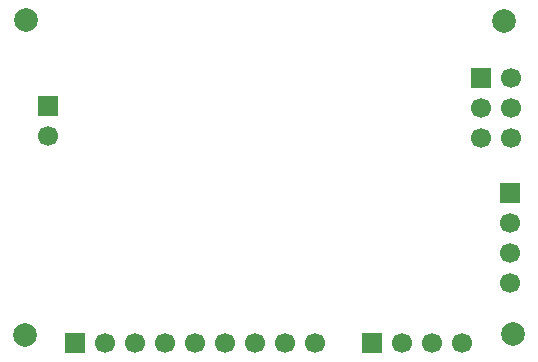
<source format=gbs>
%TF.GenerationSoftware,KiCad,Pcbnew,9.0.6*%
%TF.CreationDate,2025-12-29T02:05:30+05:30*%
%TF.ProjectId,DATA LOGGER,44415441-204c-44f4-9747-45522e6b6963,rev?*%
%TF.SameCoordinates,Original*%
%TF.FileFunction,Soldermask,Bot*%
%TF.FilePolarity,Negative*%
%FSLAX46Y46*%
G04 Gerber Fmt 4.6, Leading zero omitted, Abs format (unit mm)*
G04 Created by KiCad (PCBNEW 9.0.6) date 2025-12-29 02:05:30*
%MOMM*%
%LPD*%
G01*
G04 APERTURE LIST*
%ADD10C,2.000000*%
%ADD11C,1.700000*%
%ADD12R,1.700000X1.700000*%
G04 APERTURE END LIST*
D10*
%TO.C,H1*%
X53640000Y-62010000D03*
%TD*%
%TO.C,H4*%
X94910000Y-88610000D03*
%TD*%
%TO.C,H3*%
X53530000Y-88700000D03*
%TD*%
%TO.C,H2*%
X94143500Y-62143000D03*
%TD*%
D11*
%TO.C,J4*%
X94750000Y-72005000D03*
X92210000Y-72005000D03*
X94750000Y-69465000D03*
X92210000Y-69465000D03*
X94750000Y-66925000D03*
D12*
X92210000Y-66925000D03*
%TD*%
D11*
%TO.C,J3*%
X94600000Y-84315000D03*
X94600000Y-81775000D03*
X94600000Y-79235000D03*
D12*
X94600000Y-76695000D03*
%TD*%
D11*
%TO.C,J2*%
X78085000Y-89400000D03*
X75545000Y-89400000D03*
X73005000Y-89400000D03*
X70465000Y-89400000D03*
X67925000Y-89400000D03*
X65385000Y-89400000D03*
X62845000Y-89400000D03*
X60305000Y-89400000D03*
D12*
X57765000Y-89400000D03*
%TD*%
D11*
%TO.C,J1*%
X90531000Y-89400000D03*
X87991000Y-89400000D03*
X85451000Y-89400000D03*
D12*
X82911000Y-89400000D03*
%TD*%
%TO.C,BT1*%
X55550000Y-69325000D03*
D11*
X55550000Y-71865000D03*
%TD*%
M02*

</source>
